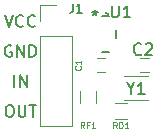
<source format=gto>
%TF.GenerationSoftware,KiCad,Pcbnew,(5.1.6-0-10_14)*%
%TF.CreationDate,2021-01-06T09:57:28+09:00*%
%TF.ProjectId,qPCR-xtal,71504352-2d78-4746-916c-2e6b69636164,rev?*%
%TF.SameCoordinates,Original*%
%TF.FileFunction,Legend,Top*%
%TF.FilePolarity,Positive*%
%FSLAX46Y46*%
G04 Gerber Fmt 4.6, Leading zero omitted, Abs format (unit mm)*
G04 Created by KiCad (PCBNEW (5.1.6-0-10_14)) date 2021-01-06 09:57:28*
%MOMM*%
%LPD*%
G01*
G04 APERTURE LIST*
%ADD10C,0.150000*%
%ADD11C,0.120000*%
%ADD12C,0.152400*%
%ADD13C,0.125000*%
G04 APERTURE END LIST*
D10*
X128300000Y-122272380D02*
X128490476Y-122272380D01*
X128585714Y-122320000D01*
X128680952Y-122415238D01*
X128728571Y-122605714D01*
X128728571Y-122939047D01*
X128680952Y-123129523D01*
X128585714Y-123224761D01*
X128490476Y-123272380D01*
X128300000Y-123272380D01*
X128204761Y-123224761D01*
X128109523Y-123129523D01*
X128061904Y-122939047D01*
X128061904Y-122605714D01*
X128109523Y-122415238D01*
X128204761Y-122320000D01*
X128300000Y-122272380D01*
X129157142Y-122272380D02*
X129157142Y-123081904D01*
X129204761Y-123177142D01*
X129252380Y-123224761D01*
X129347619Y-123272380D01*
X129538095Y-123272380D01*
X129633333Y-123224761D01*
X129680952Y-123177142D01*
X129728571Y-123081904D01*
X129728571Y-122272380D01*
X130061904Y-122272380D02*
X130633333Y-122272380D01*
X130347619Y-123272380D02*
X130347619Y-122272380D01*
X128776190Y-120732380D02*
X128776190Y-119732380D01*
X129252380Y-120732380D02*
X129252380Y-119732380D01*
X129823809Y-120732380D01*
X129823809Y-119732380D01*
X128538095Y-117240000D02*
X128442857Y-117192380D01*
X128300000Y-117192380D01*
X128157142Y-117240000D01*
X128061904Y-117335238D01*
X128014285Y-117430476D01*
X127966666Y-117620952D01*
X127966666Y-117763809D01*
X128014285Y-117954285D01*
X128061904Y-118049523D01*
X128157142Y-118144761D01*
X128300000Y-118192380D01*
X128395238Y-118192380D01*
X128538095Y-118144761D01*
X128585714Y-118097142D01*
X128585714Y-117763809D01*
X128395238Y-117763809D01*
X129014285Y-118192380D02*
X129014285Y-117192380D01*
X129585714Y-118192380D01*
X129585714Y-117192380D01*
X130061904Y-118192380D02*
X130061904Y-117192380D01*
X130300000Y-117192380D01*
X130442857Y-117240000D01*
X130538095Y-117335238D01*
X130585714Y-117430476D01*
X130633333Y-117620952D01*
X130633333Y-117763809D01*
X130585714Y-117954285D01*
X130538095Y-118049523D01*
X130442857Y-118144761D01*
X130300000Y-118192380D01*
X130061904Y-118192380D01*
X127966666Y-114652380D02*
X128300000Y-115652380D01*
X128633333Y-114652380D01*
X129538095Y-115557142D02*
X129490476Y-115604761D01*
X129347619Y-115652380D01*
X129252380Y-115652380D01*
X129109523Y-115604761D01*
X129014285Y-115509523D01*
X128966666Y-115414285D01*
X128919047Y-115223809D01*
X128919047Y-115080952D01*
X128966666Y-114890476D01*
X129014285Y-114795238D01*
X129109523Y-114700000D01*
X129252380Y-114652380D01*
X129347619Y-114652380D01*
X129490476Y-114700000D01*
X129538095Y-114747619D01*
X130538095Y-115557142D02*
X130490476Y-115604761D01*
X130347619Y-115652380D01*
X130252380Y-115652380D01*
X130109523Y-115604761D01*
X130014285Y-115509523D01*
X129966666Y-115414285D01*
X129919047Y-115223809D01*
X129919047Y-115080952D01*
X129966666Y-114890476D01*
X130014285Y-114795238D01*
X130109523Y-114700000D01*
X130252380Y-114652380D01*
X130347619Y-114652380D01*
X130490476Y-114700000D01*
X130538095Y-114747619D01*
D11*
%TO.C,C1*%
X135750000Y-118300000D02*
X136450000Y-118300000D01*
X136450000Y-119500000D02*
X135750000Y-119500000D01*
%TO.C,C2*%
X139450000Y-118300000D02*
X140150000Y-118300000D01*
X140150000Y-119500000D02*
X139450000Y-119500000D01*
%TO.C,RD1*%
X138300000Y-123480000D02*
X137300000Y-123480000D01*
X137300000Y-122120000D02*
X138300000Y-122120000D01*
%TO.C,RF1*%
X134320000Y-122100000D02*
X134320000Y-121100000D01*
X135680000Y-121100000D02*
X135680000Y-122100000D01*
D12*
%TO.C,U1*%
X136802516Y-114776000D02*
X136197484Y-114776000D01*
X137376300Y-116637861D02*
X137376300Y-115962139D01*
X136197484Y-117824000D02*
X136802516Y-117824000D01*
X136727823Y-114573516D02*
G75*
G03*
X136500000Y-114471200I-227823J-202484D01*
G01*
D11*
%TO.C,Y1*%
X140100000Y-119780000D02*
X138100000Y-119780000D01*
X138100000Y-121820000D02*
X140100000Y-121820000D01*
%TO.C,J1*%
X130995001Y-124075001D02*
X133655001Y-124075001D01*
X130995001Y-116395001D02*
X130995001Y-124075001D01*
X133655001Y-116395001D02*
X133655001Y-124075001D01*
X130995001Y-116395001D02*
X133655001Y-116395001D01*
X130995001Y-115125001D02*
X130995001Y-113795001D01*
X130995001Y-113795001D02*
X132325001Y-113795001D01*
%TO.C,C1*%
D13*
X134378571Y-118983333D02*
X134402380Y-119007142D01*
X134426190Y-119078571D01*
X134426190Y-119126190D01*
X134402380Y-119197619D01*
X134354761Y-119245238D01*
X134307142Y-119269047D01*
X134211904Y-119292857D01*
X134140476Y-119292857D01*
X134045238Y-119269047D01*
X133997619Y-119245238D01*
X133950000Y-119197619D01*
X133926190Y-119126190D01*
X133926190Y-119078571D01*
X133950000Y-119007142D01*
X133973809Y-118983333D01*
X134426190Y-118507142D02*
X134426190Y-118792857D01*
X134426190Y-118650000D02*
X133926190Y-118650000D01*
X133997619Y-118697619D01*
X134045238Y-118745238D01*
X134069047Y-118792857D01*
%TO.C,C2*%
D10*
X139533333Y-117957142D02*
X139485714Y-118004761D01*
X139342857Y-118052380D01*
X139247619Y-118052380D01*
X139104761Y-118004761D01*
X139009523Y-117909523D01*
X138961904Y-117814285D01*
X138914285Y-117623809D01*
X138914285Y-117480952D01*
X138961904Y-117290476D01*
X139009523Y-117195238D01*
X139104761Y-117100000D01*
X139247619Y-117052380D01*
X139342857Y-117052380D01*
X139485714Y-117100000D01*
X139533333Y-117147619D01*
X139914285Y-117147619D02*
X139961904Y-117100000D01*
X140057142Y-117052380D01*
X140295238Y-117052380D01*
X140390476Y-117100000D01*
X140438095Y-117147619D01*
X140485714Y-117242857D01*
X140485714Y-117338095D01*
X140438095Y-117480952D01*
X139866666Y-118052380D01*
X140485714Y-118052380D01*
%TO.C,RD1*%
D13*
X137466666Y-124226190D02*
X137300000Y-123988095D01*
X137180952Y-124226190D02*
X137180952Y-123726190D01*
X137371428Y-123726190D01*
X137419047Y-123750000D01*
X137442857Y-123773809D01*
X137466666Y-123821428D01*
X137466666Y-123892857D01*
X137442857Y-123940476D01*
X137419047Y-123964285D01*
X137371428Y-123988095D01*
X137180952Y-123988095D01*
X137680952Y-124226190D02*
X137680952Y-123726190D01*
X137800000Y-123726190D01*
X137871428Y-123750000D01*
X137919047Y-123797619D01*
X137942857Y-123845238D01*
X137966666Y-123940476D01*
X137966666Y-124011904D01*
X137942857Y-124107142D01*
X137919047Y-124154761D01*
X137871428Y-124202380D01*
X137800000Y-124226190D01*
X137680952Y-124226190D01*
X138442857Y-124226190D02*
X138157142Y-124226190D01*
X138300000Y-124226190D02*
X138300000Y-123726190D01*
X138252380Y-123797619D01*
X138204761Y-123845238D01*
X138157142Y-123869047D01*
%TO.C,RF1*%
X134702380Y-124226190D02*
X134535714Y-123988095D01*
X134416666Y-124226190D02*
X134416666Y-123726190D01*
X134607142Y-123726190D01*
X134654761Y-123750000D01*
X134678571Y-123773809D01*
X134702380Y-123821428D01*
X134702380Y-123892857D01*
X134678571Y-123940476D01*
X134654761Y-123964285D01*
X134607142Y-123988095D01*
X134416666Y-123988095D01*
X135083333Y-123964285D02*
X134916666Y-123964285D01*
X134916666Y-124226190D02*
X134916666Y-123726190D01*
X135154761Y-123726190D01*
X135607142Y-124226190D02*
X135321428Y-124226190D01*
X135464285Y-124226190D02*
X135464285Y-123726190D01*
X135416666Y-123797619D01*
X135369047Y-123845238D01*
X135321428Y-123869047D01*
%TO.C,U1*%
D10*
X137038095Y-113852380D02*
X137038095Y-114661904D01*
X137085714Y-114757142D01*
X137133333Y-114804761D01*
X137228571Y-114852380D01*
X137419047Y-114852380D01*
X137514285Y-114804761D01*
X137561904Y-114757142D01*
X137609523Y-114661904D01*
X137609523Y-113852380D01*
X138609523Y-114852380D02*
X138038095Y-114852380D01*
X138323809Y-114852380D02*
X138323809Y-113852380D01*
X138228571Y-113995238D01*
X138133333Y-114090476D01*
X138038095Y-114138095D01*
X135600000Y-114252380D02*
X135600000Y-114490476D01*
X135361904Y-114395238D02*
X135600000Y-114490476D01*
X135838095Y-114395238D01*
X135457142Y-114680952D02*
X135600000Y-114490476D01*
X135742857Y-114680952D01*
%TO.C,Y1*%
X138623809Y-120876190D02*
X138623809Y-121352380D01*
X138290476Y-120352380D02*
X138623809Y-120876190D01*
X138957142Y-120352380D01*
X139814285Y-121352380D02*
X139242857Y-121352380D01*
X139528571Y-121352380D02*
X139528571Y-120352380D01*
X139433333Y-120495238D01*
X139338095Y-120590476D01*
X139242857Y-120638095D01*
%TO.C,J1*%
X133750000Y-113689285D02*
X133750000Y-114225000D01*
X133714285Y-114332142D01*
X133642857Y-114403571D01*
X133535714Y-114439285D01*
X133464285Y-114439285D01*
X134500000Y-114439285D02*
X134071428Y-114439285D01*
X134285714Y-114439285D02*
X134285714Y-113689285D01*
X134214285Y-113796428D01*
X134142857Y-113867857D01*
X134071428Y-113903571D01*
%TD*%
M02*

</source>
